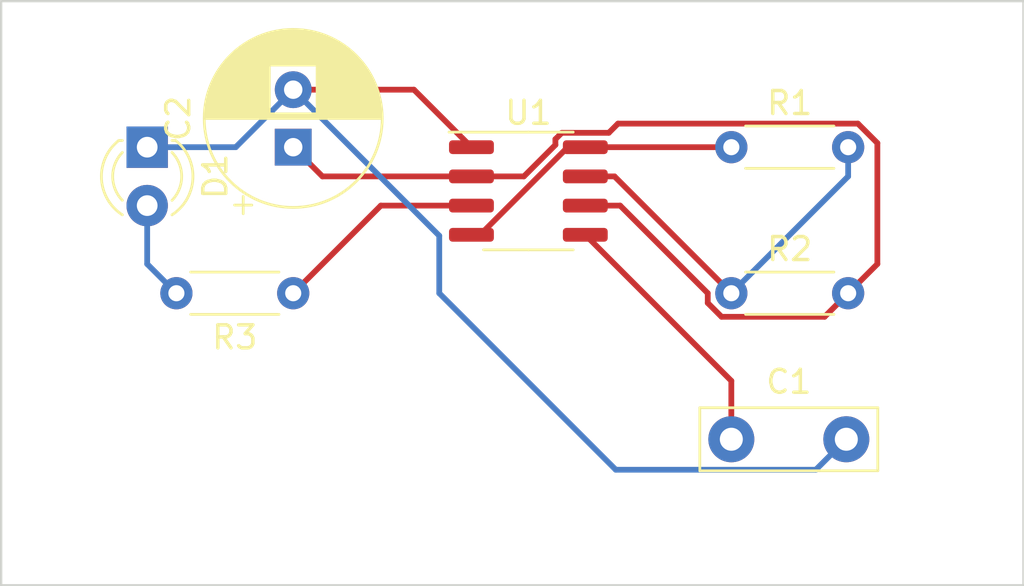
<source format=kicad_pcb>
(kicad_pcb (version 20221018) (generator pcbnew)
  (layers (0 "F.Cu" signal) (31 "B.Cu" signal) (34 "B.Paste" user) (35 "F.Paste" user) (36 "B.SilkS" user "B.Silkscreen") (37 "F.SilkS" user "F.Silkscreen") (38 "B.Mask" user) (39 "F.Mask" user) (44 "Edge.Cuts" user))
  (net 0 "")
  (net 1 "Net-(U1-CV)")
  (net 2 "GND")
  (net 3 "Net-(U1-THR)")
  (net 4 "Net-(D1-A)")
  (net 5 "VCC")
  (net 6 "Net-(U1-DIS)")
  (net 7 "Net-(U1-Q)")
  (footprint "Capacitor_THT:CP_Radial_D7.5mm_P2.50mm" (layer "F.Cu") (at 152.4 69.85 90)
    (fp_text reference "C2" (at 1.25 -5 90) (layer "F.SilkS"))
    (fp_text value "10uF")
    (fp_line (start -2.892211 -2.175) (end -2.142211 -2.175) (stroke (width 0.12)) (layer "F.SilkS"))
    (fp_line (start -2.517211 -2.55) (end -2.517211 -1.8) (stroke (width 0.12)) (layer "F.SilkS"))
    (fp_line (start 1.25 -3.83) (end 1.25 3.83) (stroke (width 0.12)) (layer "F.SilkS"))
    (fp_line (start 1.29 -3.83) (end 1.29 3.83) (stroke (width 0.12)) (layer "F.SilkS"))
    (fp_line (start 1.33 -3.83) (end 1.33 3.83) (stroke (width 0.12)) (layer "F.SilkS"))
    (fp_line (start 1.37 -3.829) (end 1.37 3.829) (stroke (width 0.12)) (layer "F.SilkS"))
    (fp_line (start 1.41 -3.827) (end 1.41 3.827) (stroke (width 0.12)) (layer "F.SilkS"))
    (fp_line (start 1.45 -3.825) (end 1.45 3.825) (stroke (width 0.12)) (layer "F.SilkS"))
    (fp_line (start 1.49 -3.823) (end 1.49 -1.04) (stroke (width 0.12)) (layer "F.SilkS"))
    (fp_line (start 1.49 1.04) (end 1.49 3.823) (stroke (width 0.12)) (layer "F.SilkS"))
    (fp_line (start 1.53 -3.82) (end 1.53 -1.04) (stroke (width 0.12)) (layer "F.SilkS"))
    (fp_line (start 1.53 1.04) (end 1.53 3.82) (stroke (width 0.12)) (layer "F.SilkS"))
    (fp_line (start 1.57 -3.817) (end 1.57 -1.04) (stroke (width 0.12)) (layer "F.SilkS"))
    (fp_line (start 1.57 1.04) (end 1.57 3.817) (stroke (width 0.12)) (layer "F.SilkS"))
    (fp_line (start 1.61 -3.814) (end 1.61 -1.04) (stroke (width 0.12)) (layer "F.SilkS"))
    (fp_line (start 1.61 1.04) (end 1.61 3.814) (stroke (width 0.12)) (layer "F.SilkS"))
    (fp_line (start 1.65 -3.81) (end 1.65 -1.04) (stroke (width 0.12)) (layer "F.SilkS"))
    (fp_line (start 1.65 1.04) (end 1.65 3.81) (stroke (width 0.12)) (layer "F.SilkS"))
    (fp_line (start 1.69 -3.805) (end 1.69 -1.04) (stroke (width 0.12)) (layer "F.SilkS"))
    (fp_line (start 1.69 1.04) (end 1.69 3.805) (stroke (width 0.12)) (layer "F.SilkS"))
    (fp_line (start 1.73 -3.801) (end 1.73 -1.04) (stroke (width 0.12)) (layer "F.SilkS"))
    (fp_line (start 1.73 1.04) (end 1.73 3.801) (stroke (width 0.12)) (layer "F.SilkS"))
    (fp_line (start 1.77 -3.795) (end 1.77 -1.04) (stroke (width 0.12)) (layer "F.SilkS"))
    (fp_line (start 1.77 1.04) (end 1.77 3.795) (stroke (width 0.12)) (layer "F.SilkS"))
    (fp_line (start 1.81 -3.79) (end 1.81 -1.04) (stroke (width 0.12)) (layer "F.SilkS"))
    (fp_line (start 1.81 1.04) (end 1.81 3.79) (stroke (width 0.12)) (layer "F.SilkS"))
    (fp_line (start 1.85 -3.784) (end 1.85 -1.04) (stroke (width 0.12)) (layer "F.SilkS"))
    (fp_line (start 1.85 1.04) (end 1.85 3.784) (stroke (width 0.12)) (layer "F.SilkS"))
    (fp_line (start 1.89 -3.777) (end 1.89 -1.04) (stroke (width 0.12)) (layer "F.SilkS"))
    (fp_line (start 1.89 1.04) (end 1.89 3.777) (stroke (width 0.12)) (layer "F.SilkS"))
    (fp_line (start 1.93 -3.77) (end 1.93 -1.04) (stroke (width 0.12)) (layer "F.SilkS"))
    (fp_line (start 1.93 1.04) (end 1.93 3.77) (stroke (width 0.12)) (layer "F.SilkS"))
    (fp_line (start 1.971 -3.763) (end 1.971 -1.04) (stroke (width 0.12)) (layer "F.SilkS"))
    (fp_line (start 1.971 1.04) (end 1.971 3.763) (stroke (width 0.12)) (layer "F.SilkS"))
    (fp_line (start 2.011 -3.755) (end 2.011 -1.04) (stroke (width 0.12)) (layer "F.SilkS"))
    (fp_line (start 2.011 1.04) (end 2.011 3.755) (stroke (width 0.12)) (layer "F.SilkS"))
    (fp_line (start 2.051 -3.747) (end 2.051 -1.04) (stroke (width 0.12)) (layer "F.SilkS"))
    (fp_line (start 2.051 1.04) (end 2.051 3.747) (stroke (width 0.12)) (layer "F.SilkS"))
    (fp_line (start 2.091 -3.738) (end 2.091 -1.04) (stroke (width 0.12)) (layer "F.SilkS"))
    (fp_line (start 2.091 1.04) (end 2.091 3.738) (stroke (width 0.12)) (layer "F.SilkS"))
    (fp_line (start 2.131 -3.729) (end 2.131 -1.04) (stroke (width 0.12)) (layer "F.SilkS"))
    (fp_line (start 2.131 1.04) (end 2.131 3.729) (stroke (width 0.12)) (layer "F.SilkS"))
    (fp_line (start 2.171 -3.72) (end 2.171 -1.04) (stroke (width 0.12)) (layer "F.SilkS"))
    (fp_line (start 2.171 1.04) (end 2.171 3.72) (stroke (width 0.12)) (layer "F.SilkS"))
    (fp_line (start 2.211 -3.71) (end 2.211 -1.04) (stroke (width 0.12)) (layer "F.SilkS"))
    (fp_line (start 2.211 1.04) (end 2.211 3.71) (stroke (width 0.12)) (layer "F.SilkS"))
    (fp_line (start 2.251 -3.699) (end 2.251 -1.04) (stroke (width 0.12)) (layer "F.SilkS"))
    (fp_line (start 2.251 1.04) (end 2.251 3.699) (stroke (width 0.12)) (layer "F.SilkS"))
    (fp_line (start 2.291 -3.688) (end 2.291 -1.04) (stroke (width 0.12)) (layer "F.SilkS"))
    (fp_line (start 2.291 1.04) (end 2.291 3.688) (stroke (width 0.12)) (layer "F.SilkS"))
    (fp_line (start 2.331 -3.677) (end 2.331 -1.04) (stroke (width 0.12)) (layer "F.SilkS"))
    (fp_line (start 2.331 1.04) (end 2.331 3.677) (stroke (width 0.12)) (layer "F.SilkS"))
    (fp_line (start 2.371 -3.665) (end 2.371 -1.04) (stroke (width 0.12)) (layer "F.SilkS"))
    (fp_line (start 2.371 1.04) (end 2.371 3.665) (stroke (width 0.12)) (layer "F.SilkS"))
    (fp_line (start 2.411 -3.653) (end 2.411 -1.04) (stroke (width 0.12)) (layer "F.SilkS"))
    (fp_line (start 2.411 1.04) (end 2.411 3.653) (stroke (width 0.12)) (layer "F.SilkS"))
    (fp_line (start 2.451 -3.64) (end 2.451 -1.04) (stroke (width 0.12)) (layer "F.SilkS"))
    (fp_line (start 2.451 1.04) (end 2.451 3.64) (stroke (width 0.12)) (layer "F.SilkS"))
    (fp_line (start 2.491 -3.626) (end 2.491 -1.04) (stroke (width 0.12)) (layer "F.SilkS"))
    (fp_line (start 2.491 1.04) (end 2.491 3.626) (stroke (width 0.12)) (layer "F.SilkS"))
    (fp_line (start 2.531 -3.613) (end 2.531 -1.04) (stroke (width 0.12)) (layer "F.SilkS"))
    (fp_line (start 2.531 1.04) (end 2.531 3.613) (stroke (width 0.12)) (layer "F.SilkS"))
    (fp_line (start 2.571 -3.598) (end 2.571 -1.04) (stroke (width 0.12)) (layer "F.SilkS"))
    (fp_line (start 2.571 1.04) (end 2.571 3.598) (stroke (width 0.12)) (layer "F.SilkS"))
    (fp_line (start 2.611 -3.584) (end 2.611 -1.04) (stroke (width 0.12)) (layer "F.SilkS"))
    (fp_line (start 2.611 1.04) (end 2.611 3.584) (stroke (width 0.12)) (layer "F.SilkS"))
    (fp_line (start 2.651 -3.568) (end 2.651 -1.04) (stroke (width 0.12)) (layer "F.SilkS"))
    (fp_line (start 2.651 1.04) (end 2.651 3.568) (stroke (width 0.12)) (layer "F.SilkS"))
    (fp_line (start 2.691 -3.553) (end 2.691 -1.04) (stroke (width 0.12)) (layer "F.SilkS"))
    (fp_line (start 2.691 1.04) (end 2.691 3.553) (stroke (width 0.12)) (layer "F.SilkS"))
    (fp_line (start 2.731 -3.536) (end 2.731 -1.04) (stroke (width 0.12)) (layer "F.SilkS"))
    (fp_line (start 2.731 1.04) (end 2.731 3.536) (stroke (width 0.12)) (layer "F.SilkS"))
    (fp_line (start 2.771 -3.52) (end 2.771 -1.04) (stroke (width 0.12)) (layer "F.SilkS"))
    (fp_line (start 2.771 1.04) (end 2.771 3.52) (stroke (width 0.12)) (layer "F.SilkS"))
    (fp_line (start 2.811 -3.502) (end 2.811 -1.04) (stroke (width 0.12)) (layer "F.SilkS"))
    (fp_line (start 2.811 1.04) (end 2.811 3.502) (stroke (width 0.12)) (layer "F.SilkS"))
    (fp_line (start 2.851 -3.484) (end 2.851 -1.04) (stroke (width 0.12)) (layer "F.SilkS"))
    (fp_line (start 2.851 1.04) (end 2.851 3.484) (stroke (width 0.12)) (layer "F.SilkS"))
    (fp_line (start 2.891 -3.466) (end 2.891 -1.04) (stroke (width 0.12)) (layer "F.SilkS"))
    (fp_line (start 2.891 1.04) (end 2.891 3.466) (stroke (width 0.12)) (layer "F.SilkS"))
    (fp_line (start 2.931 -3.447) (end 2.931 -1.04) (stroke (width 0.12)) (layer "F.SilkS"))
    (fp_line (start 2.931 1.04) (end 2.931 3.447) (stroke (width 0.12)) (layer "F.SilkS"))
    (fp_line (start 2.971 -3.427) (end 2.971 -1.04) (stroke (width 0.12)) (layer "F.SilkS"))
    (fp_line (start 2.971 1.04) (end 2.971 3.427) (stroke (width 0.12)) (layer "F.SilkS"))
    (fp_line (start 3.011 -3.407) (end 3.011 -1.04) (stroke (width 0.12)) (layer "F.SilkS"))
    (fp_line (start 3.011 1.04) (end 3.011 3.407) (stroke (width 0.12)) (layer "F.SilkS"))
    (fp_line (start 3.051 -3.386) (end 3.051 -1.04) (stroke (width 0.12)) (layer "F.SilkS"))
    (fp_line (start 3.051 1.04) (end 3.051 3.386) (stroke (width 0.12)) (layer "F.SilkS"))
    (fp_line (start 3.091 -3.365) (end 3.091 -1.04) (stroke (width 0.12)) (layer "F.SilkS"))
    (fp_line (start 3.091 1.04) (end 3.091 3.365) (stroke (width 0.12)) (layer "F.SilkS"))
    (fp_line (start 3.131 -3.343) (end 3.131 -1.04) (stroke (width 0.12)) (layer "F.SilkS"))
    (fp_line (start 3.131 1.04) (end 3.131 3.343) (stroke (width 0.12)) (layer "F.SilkS"))
    (fp_line (start 3.171 -3.321) (end 3.171 -1.04) (stroke (width 0.12)) (layer "F.SilkS"))
    (fp_line (start 3.171 1.04) (end 3.171 3.321) (stroke (width 0.12)) (layer "F.SilkS"))
    (fp_line (start 3.211 -3.297) (end 3.211 -1.04) (stroke (width 0.12)) (layer "F.SilkS"))
    (fp_line (start 3.211 1.04) (end 3.211 3.297) (stroke (width 0.12)) (layer "F.SilkS"))
    (fp_line (start 3.251 -3.274) (end 3.251 -1.04) (stroke (width 0.12)) (layer "F.SilkS"))
    (fp_line (start 3.251 1.04) (end 3.251 3.274) (stroke (width 0.12)) (layer "F.SilkS"))
    (fp_line (start 3.291 -3.249) (end 3.291 -1.04) (stroke (width 0.12)) (layer "F.SilkS"))
    (fp_line (start 3.291 1.04) (end 3.291 3.249) (stroke (width 0.12)) (layer "F.SilkS"))
    (fp_line (start 3.331 -3.224) (end 3.331 -1.04) (stroke (width 0.12)) (layer "F.SilkS"))
    (fp_line (start 3.331 1.04) (end 3.331 3.224) (stroke (width 0.12)) (layer "F.SilkS"))
    (fp_line (start 3.371 -3.198) (end 3.371 -1.04) (stroke (width 0.12)) (layer "F.SilkS"))
    (fp_line (start 3.371 1.04) (end 3.371 3.198) (stroke (width 0.12)) (layer "F.SilkS"))
    (fp_line (start 3.411 -3.172) (end 3.411 -1.04) (stroke (width 0.12)) (layer "F.SilkS"))
    (fp_line (start 3.411 1.04) (end 3.411 3.172) (stroke (width 0.12)) (layer "F.SilkS"))
    (fp_line (start 3.451 -3.144) (end 3.451 -1.04) (stroke (width 0.12)) (layer "F.SilkS"))
    (fp_line (start 3.451 1.04) (end 3.451 3.144) (stroke (width 0.12)) (layer "F.SilkS"))
    (fp_line (start 3.491 -3.116) (end 3.491 -1.04) (stroke (width 0.12)) (layer "F.SilkS"))
    (fp_line (start 3.491 1.04) (end 3.491 3.116) (stroke (width 0.12)) (layer "F.SilkS"))
    (fp_line (start 3.531 -3.088) (end 3.531 -1.04) (stroke (width 0.12)) (layer "F.SilkS"))
    (fp_line (start 3.531 1.04) (end 3.531 3.088) (stroke (width 0.12)) (layer "F.SilkS"))
    (fp_line (start 3.571 -3.058) (end 3.571 3.058) (stroke (width 0.12)) (layer "F.SilkS"))
    (fp_line (start 3.611 -3.028) (end 3.611 3.028) (stroke (width 0.12)) (layer "F.SilkS"))
    (fp_line (start 3.651 -2.996) (end 3.651 2.996) (stroke (width 0.12)) (layer "F.SilkS"))
    (fp_line (start 3.691 -2.964) (end 3.691 2.964) (stroke (width 0.12)) (layer "F.SilkS"))
    (fp_line (start 3.731 -2.931) (end 3.731 2.931) (stroke (width 0.12)) (layer "F.SilkS"))
    (fp_line (start 3.771 -2.898) (end 3.771 2.898) (stroke (width 0.12)) (layer "F.SilkS"))
    (fp_line (start 3.811 -2.863) (end 3.811 2.863) (stroke (width 0.12)) (layer "F.SilkS"))
    (fp_line (start 3.851 -2.827) (end 3.851 2.827) (stroke (width 0.12)) (layer "F.SilkS"))
    (fp_line (start 3.891 -2.79) (end 3.891 2.79) (stroke (width 0.12)) (layer "F.SilkS"))
    (fp_line (start 3.931 -2.752) (end 3.931 2.752) (stroke (width 0.12)) (layer "F.SilkS"))
    (fp_line (start 3.971 -2.713) (end 3.971 2.713) (stroke (width 0.12)) (layer "F.SilkS"))
    (fp_line (start 4.011 -2.673) (end 4.011 2.673) (stroke (width 0.12)) (layer "F.SilkS"))
    (fp_line (start 4.051 -2.632) (end 4.051 2.632) (stroke (width 0.12)) (layer "F.SilkS"))
    (fp_line (start 4.091 -2.589) (end 4.091 2.589) (stroke (width 0.12)) (layer "F.SilkS"))
    (fp_line (start 4.131 -2.546) (end 4.131 2.546) (stroke (width 0.12)) (layer "F.SilkS"))
    (fp_line (start 4.171 -2.5) (end 4.171 2.5) (stroke (width 0.12)) (layer "F.SilkS"))
    (fp_line (start 4.211 -2.454) (end 4.211 2.454) (stroke (width 0.12)) (layer "F.SilkS"))
    (fp_line (start 4.251 -2.405) (end 4.251 2.405) (stroke (width 0.12)) (layer "F.SilkS"))
    (fp_line (start 4.291 -2.355) (end 4.291 2.355) (stroke (width 0.12)) (layer "F.SilkS"))
    (fp_line (start 4.331 -2.304) (end 4.331 2.304) (stroke (width 0.12)) (layer "F.SilkS"))
    (fp_line (start 4.371 -2.25) (end 4.371 2.25) (stroke (width 0.12)) (layer "F.SilkS"))
    (fp_line (start 4.411 -2.195) (end 4.411 2.195) (stroke (width 0.12)) (layer "F.SilkS"))
    (fp_line (start 4.451 -2.137) (end 4.451 2.137) (stroke (width 0.12)) (layer "F.SilkS"))
    (fp_line (start 4.491 -2.077) (end 4.491 2.077) (stroke (width 0.12)) (layer "F.SilkS"))
    (fp_line (start 4.531 -2.014) (end 4.531 2.014) (stroke (width 0.12)) (layer "F.SilkS"))
    (fp_line (start 4.571 -1.949) (end 4.571 1.949) (stroke (width 0.12)) (layer "F.SilkS"))
    (fp_line (start 4.611 -1.881) (end 4.611 1.881) (stroke (width 0.12)) (layer "F.SilkS"))
    (fp_line (start 4.651 -1.809) (end 4.651 1.809) (stroke (width 0.12)) (layer "F.SilkS"))
    (fp_line (start 4.691 -1.733) (end 4.691 1.733) (stroke (width 0.12)) (layer "F.SilkS"))
    (fp_line (start 4.731 -1.654) (end 4.731 1.654) (stroke (width 0.12)) (layer "F.SilkS"))
    (fp_line (start 4.771 -1.569) (end 4.771 1.569) (stroke (width 0.12)) (layer "F.SilkS"))
    (fp_line (start 4.811 -1.478) (end 4.811 1.478) (stroke (width 0.12)) (layer "F.SilkS"))
    (fp_line (start 4.851 -1.381) (end 4.851 1.381) (stroke (width 0.12)) (layer "F.SilkS"))
    (fp_line (start 4.891 -1.275) (end 4.891 1.275) (stroke (width 0.12)) (layer "F.SilkS"))
    (fp_line (start 4.931 -1.158) (end 4.931 1.158) (stroke (width 0.12)) (layer "F.SilkS"))
    (fp_line (start 4.971 -1.028) (end 4.971 1.028) (stroke (width 0.12)) (layer "F.SilkS"))
    (fp_line (start 5.011 -0.877) (end 5.011 0.877) (stroke (width 0.12)) (layer "F.SilkS"))
    (fp_line (start 5.051 -0.693) (end 5.051 0.693) (stroke (width 0.12)) (layer "F.SilkS"))
    (fp_line (start 5.091 -0.441) (end 5.091 0.441) (stroke (width 0.12)) (layer "F.SilkS"))
    (fp_circle (center 1.25 0) (end 5.12 0) (stroke (width 0.12)) (fill none) (layer "F.SilkS"))
    (pad "1" thru_hole rect (at 0 0 90) (size 1.6 1.6) (drill 0.8) (layers "*.Cu" "*.Mask") (net 3 "Net-(U1-THR)"))
    (pad "2" thru_hole circle (at 2.5 0 90) (size 1.6 1.6) (drill 0.8) (layers "*.Cu" "*.Mask") (net 2 "GND"))
  )
  (footprint "Resistor_THT:R_Axial_DIN0204_L3.6mm_D1.6mm_P5.08mm_Horizontal" (layer "F.Cu") (at 171.45 76.2)
    (fp_text reference "R2" (at 2.54 -1.92) (layer "F.SilkS"))
    (fp_text value "10k")
    (fp_line (start 0.62 -0.92) (end 4.46 -0.92) (stroke (width 0.12)) (layer "F.SilkS"))
    (fp_line (start 0.62 0.92) (end 4.46 0.92) (stroke (width 0.12)) (layer "F.SilkS"))
    (pad "1" thru_hole circle (at 0 0) (size 1.4 1.4) (drill 0.7) (layers "*.Cu" "*.Mask") (net 6 "Net-(U1-DIS)"))
    (pad "2" thru_hole oval (at 5.08 0) (size 1.4 1.4) (drill 0.7) (layers "*.Cu" "*.Mask") (net 3 "Net-(U1-THR)"))
  )
  (footprint "LED_THT:LED_D3.0mm" (layer "F.Cu") (at 146.05 69.85 -90)
    (fp_text reference "D1" (at 1.27 -2.96 90) (layer "F.SilkS"))
    (fp_text value "LED")
    (fp_line (start -0.29 -1.236) (end -0.29 -1.08) (stroke (width 0.12)) (layer "F.SilkS"))
    (fp_line (start -0.29 1.08) (end -0.29 1.236) (stroke (width 0.12)) (layer "F.SilkS"))
    (fp_arc (start -0.29 -1.235516) (mid 1.366487 -1.987659) (end 2.942335 -1.078608) (stroke (width 0.12)) (layer "F.SilkS"))
    (fp_arc (start 0.229039 -1.08) (mid 1.270117 -1.5) (end 2.31113 -1.079837) (stroke (width 0.12)) (layer "F.SilkS"))
    (fp_arc (start 2.31113 1.079837) (mid 1.270117 1.5) (end 0.229039 1.08) (stroke (width 0.12)) (layer "F.SilkS"))
    (fp_arc (start 2.942335 1.078608) (mid 1.366487 1.987659) (end -0.29 1.235516) (stroke (width 0.12)) (layer "F.SilkS"))
    (pad "1" thru_hole rect (at 0 0 270) (size 1.8 1.8) (drill 0.9) (layers "*.Cu" "*.Mask") (net 2 "GND"))
    (pad "2" thru_hole circle (at 2.54 0 270) (size 1.8 1.8) (drill 0.9) (layers "*.Cu" "*.Mask") (net 4 "Net-(D1-A)"))
  )
  (footprint "Resistor_THT:R_Axial_DIN0204_L3.6mm_D1.6mm_P5.08mm_Horizontal" (layer "F.Cu") (at 171.45 69.85)
    (fp_text reference "R1" (at 2.54 -1.92) (layer "F.SilkS"))
    (fp_text value "1k")
    (fp_line (start 0.62 -0.92) (end 4.46 -0.92) (stroke (width 0.12)) (layer "F.SilkS"))
    (fp_line (start 0.62 0.92) (end 4.46 0.92) (stroke (width 0.12)) (layer "F.SilkS"))
    (pad "1" thru_hole circle (at 0 0) (size 1.4 1.4) (drill 0.7) (layers "*.Cu" "*.Mask") (net 5 "VCC"))
    (pad "2" thru_hole oval (at 5.08 0) (size 1.4 1.4) (drill 0.7) (layers "*.Cu" "*.Mask") (net 6 "Net-(U1-DIS)"))
  )
  (footprint "Resistor_THT:R_Axial_DIN0204_L3.6mm_D1.6mm_P5.08mm_Horizontal" (layer "F.Cu") (at 152.4 76.2 180)
    (fp_text reference "R3" (at 2.54 -1.92) (layer "F.SilkS"))
    (fp_text value "330R")
    (fp_line (start 0.62 -0.92) (end 4.46 -0.92) (stroke (width 0.12)) (layer "F.SilkS"))
    (fp_line (start 0.62 0.92) (end 4.46 0.92) (stroke (width 0.12)) (layer "F.SilkS"))
    (pad "1" thru_hole circle (at 0 0 180) (size 1.4 1.4) (drill 0.7) (layers "*.Cu" "*.Mask") (net 7 "Net-(U1-Q)"))
    (pad "2" thru_hole oval (at 5.08 0 180) (size 1.4 1.4) (drill 0.7) (layers "*.Cu" "*.Mask") (net 4 "Net-(D1-A)"))
  )
  (footprint "Package_SO:SOIC-8_3.9x4.9mm_P1.27mm" (layer "F.Cu") (at 162.625 71.755)
    (fp_text reference "U1" (at 0 -3.4) (layer "F.SilkS"))
    (fp_text value "NA555P")
    (fp_line (start 0 -2.56) (end -3.45 -2.56) (stroke (width 0.12)) (layer "F.SilkS"))
    (fp_line (start 0 -2.56) (end 1.95 -2.56) (stroke (width 0.12)) (layer "F.SilkS"))
    (fp_line (start 0 2.56) (end -1.95 2.56) (stroke (width 0.12)) (layer "F.SilkS"))
    (fp_line (start 0 2.56) (end 1.95 2.56) (stroke (width 0.12)) (layer "F.SilkS"))
    (pad "1" smd roundrect (at -2.475 -1.905) (size 1.95 0.6) (layers "F.Cu" "F.Paste" "F.Mask") (net 2 "GND"))
    (pad "2" smd roundrect (at -2.475 -0.635) (size 1.95 0.6) (layers "F.Cu" "F.Paste" "F.Mask") (net 3 "Net-(U1-THR)"))
    (pad "3" smd roundrect (at -2.475 0.635) (size 1.95 0.6) (layers "F.Cu" "F.Paste" "F.Mask") (net 7 "Net-(U1-Q)"))
    (pad "4" smd roundrect (at -2.475 1.905) (size 1.95 0.6) (layers "F.Cu" "F.Paste" "F.Mask") (net 5 "VCC"))
    (pad "5" smd roundrect (at 2.475 1.905) (size 1.95 0.6) (layers "F.Cu" "F.Paste" "F.Mask") (net 1 "Net-(U1-CV)"))
    (pad "6" smd roundrect (at 2.475 0.635) (size 1.95 0.6) (layers "F.Cu" "F.Paste" "F.Mask") (net 3 "Net-(U1-THR)"))
    (pad "7" smd roundrect (at 2.475 -0.635) (size 1.95 0.6) (layers "F.Cu" "F.Paste" "F.Mask") (net 6 "Net-(U1-DIS)"))
    (pad "8" smd roundrect (at 2.475 -1.905) (size 1.95 0.6) (layers "F.Cu" "F.Paste" "F.Mask") (net 5 "VCC"))
  )
  (footprint "Capacitor_THT:C_Disc_D7.5mm_W2.5mm_P5.00mm" (layer "F.Cu") (at 171.45 82.55)
    (fp_text reference "C1" (at 2.5 -2.5) (layer "F.SilkS"))
    (fp_text value "0.01uF")
    (fp_line (start -1.37 -1.37) (end -1.37 1.37) (stroke (width 0.12)) (layer "F.SilkS"))
    (fp_line (start -1.37 -1.37) (end 6.37 -1.37) (stroke (width 0.12)) (layer "F.SilkS"))
    (fp_line (start -1.37 1.37) (end 6.37 1.37) (stroke (width 0.12)) (layer "F.SilkS"))
    (fp_line (start 6.37 -1.37) (end 6.37 1.37) (stroke (width 0.12)) (layer "F.SilkS"))
    (pad "1" thru_hole circle (at 0 0) (size 2 2) (drill 1) (layers "*.Cu" "*.Mask") (net 1 "Net-(U1-CV)"))
    (pad "2" thru_hole circle (at 5 0) (size 2 2) (drill 1) (layers "*.Cu" "*.Mask") (net 2 "GND"))
  )
  (gr_line (start 139.7 63.5) (end 184.15 63.5) (stroke (width 0.1)) (layer "Edge.Cuts"))
  (gr_line (start 184.15 88.9) (end 139.7 88.9) (stroke (width 0.1)) (layer "Edge.Cuts"))
  (gr_line (start 139.7 88.9) (end 139.7 63.5) (stroke (width 0.1)) (layer "Edge.Cuts"))
  (gr_line (start 184.15 63.5) (end 184.15 88.9) (stroke (width 0.1)) (layer "Edge.Cuts"))
  (segment (start 165.1 73.66) (end 171.45 80.01) (width 0.25) (layer "F.Cu") (net 1))
  (segment (start 171.45 80.01) (end 171.45 82.55) (width 0.25) (layer "F.Cu") (net 1))
  (segment (start 157.65 67.35) (end 152.4 67.35) (width 0.25) (layer "F.Cu") (net 2))
  (segment (start 160.15 69.85) (end 157.65 67.35) (width 0.25) (layer "F.Cu") (net 2))
  (segment (start 176.45 82.55) (end 175.125 83.875) (width 0.25) (layer "B.Cu") (net 2))
  (segment (start 158.75 73.7) (end 152.4 67.35) (width 0.25) (layer "B.Cu") (net 2))
  (segment (start 146.05 69.85) (end 149.9 69.85) (width 0.25) (layer "B.Cu") (net 2))
  (segment (start 158.75 76.2) (end 158.75 73.7) (width 0.25) (layer "B.Cu") (net 2))
  (segment (start 175.125 83.875) (end 166.425 83.875) (width 0.25) (layer "B.Cu") (net 2))
  (segment (start 166.425 83.875) (end 158.75 76.2) (width 0.25) (layer "B.Cu") (net 2))
  (segment (start 149.9 69.85) (end 152.4 67.35) (width 0.25) (layer "B.Cu") (net 2))
  (segment (start 164.078249 69.225) (end 166.121751 69.225) (width 0.25) (layer "F.Cu") (net 3))
  (segment (start 163.8 69.503249) (end 164.078249 69.225) (width 0.25) (layer "F.Cu") (net 3))
  (segment (start 153.67 71.12) (end 152.4 69.85) (width 0.25) (layer "F.Cu") (net 3))
  (segment (start 176.954569 68.825) (end 177.8 69.670431) (width 0.25) (layer "F.Cu") (net 3))
  (segment (start 163.8 69.750355) (end 163.8 69.503249) (width 0.25) (layer "F.Cu") (net 3))
  (segment (start 171.025431 77.225) (end 175.505 77.225) (width 0.25) (layer "F.Cu") (net 3))
  (segment (start 166.121751 69.225) (end 166.521751 68.825) (width 0.25) (layer "F.Cu") (net 3))
  (segment (start 177.8 69.670431) (end 177.8 74.93) (width 0.25) (layer "F.Cu") (net 3))
  (segment (start 160.15 71.12) (end 162.430355 71.12) (width 0.25) (layer "F.Cu") (net 3))
  (segment (start 165.1 72.39) (end 166.615 72.39) (width 0.25) (layer "F.Cu") (net 3))
  (segment (start 166.615 72.39) (end 170.425 76.2) (width 0.25) (layer "F.Cu") (net 3))
  (segment (start 160.15 71.12) (end 153.67 71.12) (width 0.25) (layer "F.Cu") (net 3))
  (segment (start 166.521751 68.825) (end 176.954569 68.825) (width 0.25) (layer "F.Cu") (net 3))
  (segment (start 170.425 76.2) (end 170.425 76.624569) (width 0.25) (layer "F.Cu") (net 3))
  (segment (start 170.425 76.624569) (end 171.025431 77.225) (width 0.25) (layer "F.Cu") (net 3))
  (segment (start 175.505 77.225) (end 176.53 76.2) (width 0.25) (layer "F.Cu") (net 3))
  (segment (start 177.8 74.93) (end 176.53 76.2) (width 0.25) (layer "F.Cu") (net 3))
  (segment (start 162.430355 71.12) (end 163.8 69.750355) (width 0.25) (layer "F.Cu") (net 3))
  (segment (start 146.05 72.39) (end 146.05 74.93) (width 0.25) (layer "B.Cu") (net 4))
  (segment (start 146.05 74.93) (end 147.32 76.2) (width 0.25) (layer "B.Cu") (net 4))
  (segment (start 164.336751 69.85) (end 165.1 69.85) (width 0.25) (layer "F.Cu") (net 5))
  (segment (start 165.1 69.85) (end 171.45 69.85) (width 0.25) (layer "F.Cu") (net 5))
  (segment (start 160.526751 73.66) (end 164.336751 69.85) (width 0.25) (layer "F.Cu") (net 5))
  (segment (start 160.15 73.66) (end 160.526751 73.66) (width 0.25) (layer "F.Cu") (net 5))
  (segment (start 165.1 71.12) (end 166.37 71.12) (width 0.25) (layer "F.Cu") (net 6))
  (segment (start 166.37 71.12) (end 171.45 76.2) (width 0.25) (layer "F.Cu") (net 6))
  (segment (start 176.53 69.85) (end 176.53 71.12) (width 0.25) (layer "B.Cu") (net 6))
  (segment (start 176.53 71.12) (end 171.45 76.2) (width 0.25) (layer "B.Cu") (net 6))
  (segment (start 156.21 72.39) (end 152.4 76.2) (width 0.25) (layer "F.Cu") (net 7))
  (segment (start 160.15 72.39) (end 156.21 72.39) (width 0.25) (layer "F.Cu") (net 7))
)
</source>
